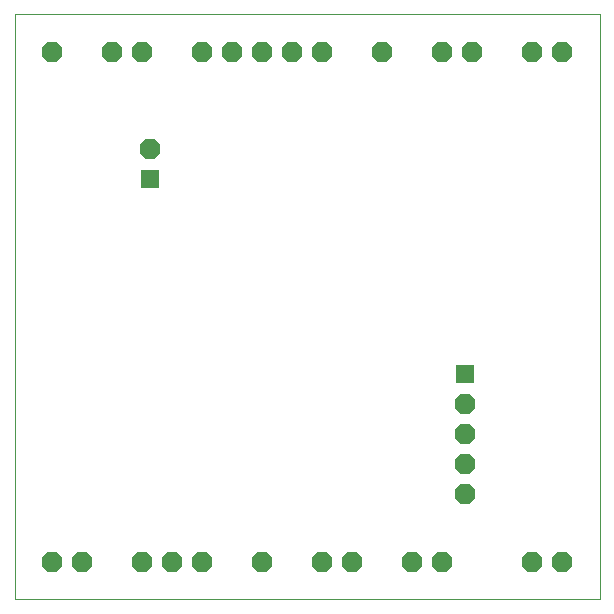
<source format=gbs>
G75*
%MOIN*%
%OFA0B0*%
%FSLAX24Y24*%
%IPPOS*%
%LPD*%
%AMOC8*
5,1,8,0,0,1.08239X$1,22.5*
%
%ADD10C,0.0000*%
%ADD11R,0.0640X0.0640*%
%ADD12OC8,0.0689*%
D10*
X000500Y000500D02*
X000500Y019996D01*
X000500Y020000D02*
X020000Y020000D01*
X020000Y019996D02*
X020000Y000500D01*
X000500Y000500D01*
D11*
X005000Y014500D03*
X015500Y008000D03*
D12*
X015500Y007000D03*
X015500Y006000D03*
X015500Y005000D03*
X015500Y004000D03*
X014750Y001750D03*
X013750Y001750D03*
X011750Y001750D03*
X010750Y001750D03*
X008750Y001750D03*
X006750Y001750D03*
X005750Y001750D03*
X004750Y001750D03*
X002750Y001750D03*
X001750Y001750D03*
X005000Y015500D03*
X004750Y018750D03*
X003750Y018750D03*
X001750Y018750D03*
X006750Y018750D03*
X007750Y018750D03*
X008750Y018750D03*
X009750Y018750D03*
X010750Y018750D03*
X012750Y018750D03*
X014750Y018750D03*
X015750Y018750D03*
X017750Y018750D03*
X018750Y018750D03*
X018750Y001750D03*
X017750Y001750D03*
M02*

</source>
